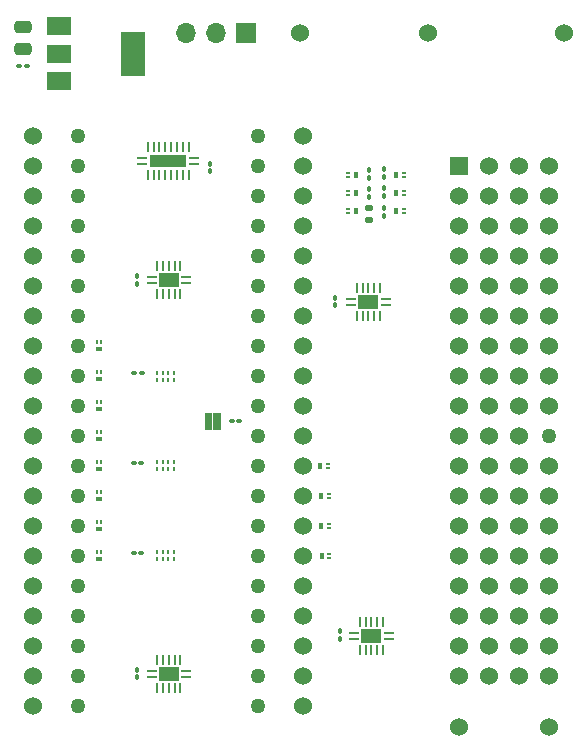
<source format=gbr>
%TF.GenerationSoftware,KiCad,Pcbnew,7.0.9*%
%TF.CreationDate,2024-10-20T15:28:43-06:00*%
%TF.ProjectId,Prototype2,50726f74-6f74-4797-9065-322e6b696361,rev?*%
%TF.SameCoordinates,Original*%
%TF.FileFunction,Soldermask,Top*%
%TF.FilePolarity,Negative*%
%FSLAX46Y46*%
G04 Gerber Fmt 4.6, Leading zero omitted, Abs format (unit mm)*
G04 Created by KiCad (PCBNEW 7.0.9) date 2024-10-20 15:28:43*
%MOMM*%
%LPD*%
G01*
G04 APERTURE LIST*
G04 Aperture macros list*
%AMRoundRect*
0 Rectangle with rounded corners*
0 $1 Rounding radius*
0 $2 $3 $4 $5 $6 $7 $8 $9 X,Y pos of 4 corners*
0 Add a 4 corners polygon primitive as box body*
4,1,4,$2,$3,$4,$5,$6,$7,$8,$9,$2,$3,0*
0 Add four circle primitives for the rounded corners*
1,1,$1+$1,$2,$3*
1,1,$1+$1,$4,$5*
1,1,$1+$1,$6,$7*
1,1,$1+$1,$8,$9*
0 Add four rect primitives between the rounded corners*
20,1,$1+$1,$2,$3,$4,$5,0*
20,1,$1+$1,$4,$5,$6,$7,0*
20,1,$1+$1,$6,$7,$8,$9,0*
20,1,$1+$1,$8,$9,$2,$3,0*%
G04 Aperture macros list end*
%ADD10R,0.254000X0.406400*%
%ADD11R,0.254000X0.355600*%
%ADD12R,0.304800X0.203200*%
%ADD13R,0.304800X0.558800*%
%ADD14C,1.524000*%
%ADD15RoundRect,0.100000X0.100000X-0.130000X0.100000X0.130000X-0.100000X0.130000X-0.100000X-0.130000X0*%
%ADD16R,0.812800X0.254000*%
%ADD17R,0.254000X0.812800*%
%ADD18R,1.651000X1.143000*%
%ADD19RoundRect,0.100000X-0.130000X-0.100000X0.130000X-0.100000X0.130000X0.100000X-0.130000X0.100000X0*%
%ADD20R,2.000000X3.800000*%
%ADD21R,2.000000X1.500000*%
%ADD22RoundRect,0.100000X-0.100000X0.130000X-0.100000X-0.130000X0.100000X-0.130000X0.100000X0.130000X0*%
%ADD23R,0.203200X0.304800*%
%ADD24R,0.558800X0.304800*%
%ADD25RoundRect,0.100000X0.130000X0.100000X-0.130000X0.100000X-0.130000X-0.100000X0.130000X-0.100000X0*%
%ADD26R,1.700000X1.700000*%
%ADD27O,1.700000X1.700000*%
%ADD28R,0.550000X0.300000*%
%ADD29R,0.520000X0.300000*%
%ADD30RoundRect,0.135000X-0.185000X0.135000X-0.185000X-0.135000X0.185000X-0.135000X0.185000X0.135000X0*%
%ADD31R,1.524000X1.524000*%
%ADD32C,1.270000*%
%ADD33R,3.098800X1.092200*%
%ADD34RoundRect,0.250000X0.475000X-0.250000X0.475000X0.250000X-0.475000X0.250000X-0.475000X-0.250000X0*%
G04 APERTURE END LIST*
%TO.C,U1*%
G36*
X172411601Y-92430001D02*
G01*
X171751600Y-92430001D01*
X171751600Y-91989999D01*
X172411601Y-91989999D01*
X172411601Y-92430001D01*
G37*
G36*
X172411601Y-92930000D02*
G01*
X171751600Y-92930000D01*
X171751600Y-92490000D01*
X172411601Y-92490000D01*
X172411601Y-92930000D01*
G37*
G36*
X172411601Y-93430001D02*
G01*
X171751600Y-93430001D01*
X171751600Y-92989999D01*
X172411601Y-92989999D01*
X172411601Y-93430001D01*
G37*
G36*
X173151602Y-92430001D02*
G01*
X172491601Y-92430001D01*
X172491601Y-91989999D01*
X173151602Y-91989999D01*
X173151602Y-92430001D01*
G37*
G36*
X173151602Y-92930000D02*
G01*
X172491601Y-92930000D01*
X172491601Y-92490000D01*
X173151602Y-92490000D01*
X173151602Y-92930000D01*
G37*
G36*
X173151602Y-93430001D02*
G01*
X172491601Y-93430001D01*
X172491601Y-92989999D01*
X173151602Y-92989999D01*
X173151602Y-93430001D01*
G37*
%TD*%
D10*
%TO.C,U5*%
X167690800Y-89204800D03*
D11*
X168190801Y-89230200D03*
X168690801Y-89230200D03*
X169190802Y-89230200D03*
X169190802Y-88635800D03*
X168690801Y-88635800D03*
X168190801Y-88635800D03*
X167690800Y-88635800D03*
%TD*%
D10*
%TO.C,U4*%
X167690800Y-96774000D03*
D11*
X168190801Y-96799400D03*
X168690801Y-96799400D03*
X169190802Y-96799400D03*
X169190802Y-96205000D03*
X168690801Y-96205000D03*
X168190801Y-96205000D03*
X167690800Y-96205000D03*
%TD*%
D10*
%TO.C,U3*%
X167690800Y-104404200D03*
D11*
X168190801Y-104429600D03*
X168690801Y-104429600D03*
X169190802Y-104429600D03*
X169190802Y-103835200D03*
X168690801Y-103835200D03*
X168190801Y-103835200D03*
X167690800Y-103835200D03*
%TD*%
D12*
%TO.C,Q2*%
X188595000Y-75105001D03*
X188595000Y-74754999D03*
D13*
X187960000Y-74930000D03*
%TD*%
D14*
%TO.C,TP28*%
X180086000Y-93980000D03*
%TD*%
%TO.C,TP10*%
X157226000Y-93980000D03*
%TD*%
%TO.C,TP19*%
X180086000Y-116840000D03*
%TD*%
%TO.C,TP42*%
X200914000Y-118618000D03*
%TD*%
%TO.C,TP6*%
X157226000Y-83820000D03*
%TD*%
%TO.C,TP40*%
X202184000Y-59817000D03*
%TD*%
D15*
%TO.C,R4*%
X186944000Y-73635000D03*
X186944000Y-72995000D03*
%TD*%
D16*
%TO.C,U6*%
X167259000Y-114397663D03*
D17*
X167706548Y-115341400D03*
X168206674Y-115341400D03*
X168706800Y-115341400D03*
X169206926Y-115341400D03*
X169707052Y-115341400D03*
D16*
X170154600Y-114397663D03*
X170154600Y-113897537D03*
D17*
X169707052Y-112953800D03*
X169206926Y-112953800D03*
X168706800Y-112953800D03*
X168206674Y-112953800D03*
X167706548Y-112953800D03*
D16*
X167259000Y-113897537D03*
D18*
X168706800Y-114147600D03*
%TD*%
D19*
%TO.C,C8*%
X174061200Y-92710000D03*
X174701200Y-92710000D03*
%TD*%
D16*
%TO.C,U8*%
X167259000Y-81022063D03*
D17*
X167706548Y-81965800D03*
X168206674Y-81965800D03*
X168706800Y-81965800D03*
X169206926Y-81965800D03*
X169707052Y-81965800D03*
D16*
X170154600Y-81022063D03*
X170154600Y-80521937D03*
D17*
X169707052Y-79578200D03*
X169206926Y-79578200D03*
X168706800Y-79578200D03*
X168206674Y-79578200D03*
X167706548Y-79578200D03*
D16*
X167259000Y-80521937D03*
D18*
X168706800Y-80772000D03*
%TD*%
D14*
%TO.C,TP2*%
X157226000Y-73660000D03*
%TD*%
%TO.C,TP34*%
X180086000Y-78740000D03*
%TD*%
D20*
%TO.C,U10*%
X165685000Y-61595000D03*
D21*
X159385000Y-59295000D03*
X159385000Y-61595000D03*
X159385000Y-63895000D03*
%TD*%
D22*
%TO.C,R6*%
X186944000Y-71399000D03*
X186944000Y-72039000D03*
%TD*%
D14*
%TO.C,TP14*%
X157226000Y-104140000D03*
%TD*%
D23*
%TO.C,Q10*%
X162989001Y-98679000D03*
X162638999Y-98679000D03*
D24*
X162814000Y-99314000D03*
%TD*%
D12*
%TO.C,Q18*%
X182245000Y-99235001D03*
X182245000Y-98884999D03*
D13*
X181610000Y-99060000D03*
%TD*%
D14*
%TO.C,TP31*%
X180086000Y-86360000D03*
%TD*%
%TO.C,TP45*%
X193294000Y-118618000D03*
%TD*%
%TO.C,TP7*%
X157226000Y-86360000D03*
%TD*%
D12*
%TO.C,Q5*%
X183896000Y-71706999D03*
X183896000Y-72057001D03*
D13*
X184531000Y-71882000D03*
%TD*%
D12*
%TO.C,Q6*%
X188595000Y-72057001D03*
X188595000Y-71706999D03*
D13*
X187960000Y-71882000D03*
%TD*%
D14*
%TO.C,TP26*%
X180086000Y-99060000D03*
%TD*%
D16*
%TO.C,U7*%
X184429400Y-111146463D03*
D17*
X184876948Y-112090200D03*
X185377074Y-112090200D03*
X185877200Y-112090200D03*
X186377326Y-112090200D03*
X186877452Y-112090200D03*
D16*
X187325000Y-111146463D03*
X187325000Y-110646337D03*
D17*
X186877452Y-109702600D03*
X186377326Y-109702600D03*
X185877200Y-109702600D03*
X185377074Y-109702600D03*
X184876948Y-109702600D03*
D16*
X184429400Y-110646337D03*
D18*
X185877200Y-110896400D03*
%TD*%
D23*
%TO.C,Q13*%
X162989001Y-85979000D03*
X162638999Y-85979000D03*
D24*
X162814000Y-86614000D03*
%TD*%
D14*
%TO.C,TP41*%
X157226000Y-68580000D03*
%TD*%
%TO.C,TP9*%
X157226000Y-91440000D03*
%TD*%
D25*
%TO.C,C7*%
X166452200Y-88642000D03*
X165812200Y-88642000D03*
%TD*%
D14*
%TO.C,TP16*%
X157226000Y-111760000D03*
%TD*%
D22*
%TO.C,R2*%
X186944000Y-74701000D03*
X186944000Y-75341000D03*
%TD*%
D12*
%TO.C,Q4*%
X188595000Y-73581001D03*
X188595000Y-73230999D03*
D13*
X187960000Y-73406000D03*
%TD*%
D22*
%TO.C,R5*%
X185674000Y-71471000D03*
X185674000Y-72111000D03*
%TD*%
D26*
%TO.C,J3*%
X175260000Y-59817000D03*
D27*
X172720000Y-59817000D03*
X170180000Y-59817000D03*
%TD*%
D14*
%TO.C,TP29*%
X180086000Y-91440000D03*
%TD*%
%TO.C,TP44*%
X179832000Y-59817000D03*
%TD*%
D12*
%TO.C,Q15*%
X182295800Y-104315001D03*
X182295800Y-103964999D03*
D13*
X181660800Y-104140000D03*
%TD*%
D14*
%TO.C,TP21*%
X180086000Y-111760000D03*
%TD*%
D23*
%TO.C,Q8*%
X162989001Y-103759000D03*
X162638999Y-103759000D03*
D24*
X162814000Y-104394000D03*
%TD*%
D15*
%TO.C,R3*%
X185674000Y-73726000D03*
X185674000Y-73086000D03*
%TD*%
D28*
%TO.C,U1*%
X172096588Y-92210001D03*
D29*
X172081602Y-92710000D03*
X172081602Y-93209999D03*
X172821600Y-93209999D03*
X172821600Y-92710000D03*
X172821600Y-92210001D03*
%TD*%
D14*
%TO.C,TP15*%
X157226000Y-106680000D03*
%TD*%
D22*
%TO.C,C10*%
X165989000Y-80437200D03*
X165989000Y-81077200D03*
%TD*%
D14*
%TO.C,TP24*%
X180086000Y-104140000D03*
%TD*%
%TO.C,TP36*%
X180086000Y-73660000D03*
%TD*%
%TO.C,TP8*%
X157226000Y-88900000D03*
%TD*%
D12*
%TO.C,Q17*%
X182181500Y-96695001D03*
X182181500Y-96344999D03*
D13*
X181546500Y-96520000D03*
%TD*%
D14*
%TO.C,TP22*%
X180086000Y-109220000D03*
%TD*%
%TO.C,TP13*%
X157226000Y-101600000D03*
%TD*%
%TO.C,TP11*%
X157226000Y-96520000D03*
%TD*%
%TO.C,TP35*%
X180086000Y-76200000D03*
%TD*%
D25*
%TO.C,C4*%
X166387800Y-103886000D03*
X165747800Y-103886000D03*
%TD*%
D14*
%TO.C,TP18*%
X157226000Y-116840000D03*
%TD*%
%TO.C,TP17*%
X157226000Y-114300000D03*
%TD*%
%TO.C,TP38*%
X180086000Y-68580000D03*
%TD*%
%TO.C,TP25*%
X180086000Y-101600000D03*
%TD*%
%TO.C,TP32*%
X180086000Y-83820000D03*
%TD*%
%TO.C,TP20*%
X180086000Y-114300000D03*
%TD*%
D12*
%TO.C,Q3*%
X183896000Y-73230999D03*
X183896000Y-73581001D03*
D13*
X184531000Y-73406000D03*
%TD*%
D14*
%TO.C,TP12*%
X157226000Y-99060000D03*
%TD*%
D22*
%TO.C,C1*%
X172212000Y-70916800D03*
X172212000Y-71556800D03*
%TD*%
%TO.C,C3*%
X165989000Y-113761600D03*
X165989000Y-114401600D03*
%TD*%
D23*
%TO.C,Q12*%
X162989001Y-93599000D03*
X162638999Y-93599000D03*
D24*
X162814000Y-94234000D03*
%TD*%
D30*
%TO.C,R1*%
X185674000Y-74676000D03*
X185674000Y-75696000D03*
%TD*%
D14*
%TO.C,TP37*%
X180086000Y-71120000D03*
%TD*%
D31*
%TO.C,J1*%
X193294000Y-71120000D03*
D14*
X195834000Y-71120000D03*
X198374000Y-71120000D03*
X200914000Y-71120000D03*
X193294000Y-73660000D03*
X195834000Y-73660000D03*
X198374000Y-73660000D03*
X200914000Y-73660000D03*
X193294000Y-76200000D03*
X195834000Y-76200000D03*
X198374000Y-76200000D03*
X200914000Y-76200000D03*
X193294000Y-78740000D03*
X195834000Y-78740000D03*
X198374000Y-78740000D03*
X200914000Y-78740000D03*
X193294000Y-81280000D03*
X195834000Y-81280000D03*
X198374000Y-81280000D03*
X200914000Y-81280000D03*
X193294000Y-83820000D03*
X195834000Y-83820000D03*
X198374000Y-83820000D03*
X200914000Y-83820000D03*
X193294000Y-86360000D03*
X195834000Y-86360000D03*
X198374000Y-86360000D03*
X200914000Y-86360000D03*
X193294000Y-88900000D03*
X195834000Y-88900000D03*
X198374000Y-88900000D03*
X200914000Y-88900000D03*
X193294000Y-91440000D03*
X195834000Y-91440000D03*
X198374000Y-91440000D03*
X200914000Y-91440000D03*
X193294000Y-93980000D03*
X195834000Y-93980000D03*
X198374000Y-93980000D03*
D32*
X200914000Y-93980000D03*
D14*
X193294000Y-96520000D03*
X195834000Y-96520000D03*
X198374000Y-96520000D03*
X200914000Y-96520000D03*
X193294000Y-99060000D03*
X195834000Y-99060000D03*
X198374000Y-99060000D03*
X200914000Y-99060000D03*
X193294000Y-101600000D03*
X195834000Y-101600000D03*
X198374000Y-101600000D03*
X200914000Y-101600000D03*
X193294000Y-104140000D03*
X195834000Y-104140000D03*
X198374000Y-104140000D03*
X200914000Y-104140000D03*
X193294000Y-106680000D03*
X195834000Y-106680000D03*
X198374000Y-106680000D03*
X200914000Y-106680000D03*
X193294000Y-109220000D03*
X195834000Y-109220000D03*
X198374000Y-109220000D03*
X200914000Y-109220000D03*
X193294000Y-111760000D03*
X195834000Y-111760000D03*
X198374000Y-111760000D03*
X200914000Y-111760000D03*
X193294000Y-114300000D03*
X195834000Y-114300000D03*
X198374000Y-114300000D03*
X200914000Y-114300000D03*
%TD*%
D22*
%TO.C,C2*%
X183210200Y-110529537D03*
X183210200Y-111169537D03*
%TD*%
D23*
%TO.C,Q11*%
X162989001Y-91059000D03*
X162638999Y-91059000D03*
D24*
X162814000Y-91694000D03*
%TD*%
D16*
%TO.C,U9*%
X184175400Y-82888963D03*
D17*
X184622948Y-83832700D03*
X185123074Y-83832700D03*
X185623200Y-83832700D03*
X186123326Y-83832700D03*
X186623452Y-83832700D03*
D16*
X187071000Y-82888963D03*
X187071000Y-82388837D03*
D17*
X186623452Y-81445100D03*
X186123326Y-81445100D03*
X185623200Y-81445100D03*
X185123074Y-81445100D03*
X184622948Y-81445100D03*
D16*
X184175400Y-82388837D03*
D18*
X185623200Y-82638900D03*
%TD*%
D14*
%TO.C,TP1*%
X157226000Y-71120000D03*
%TD*%
%TO.C,TP33*%
X180086000Y-81280000D03*
%TD*%
%TO.C,TP4*%
X157226000Y-78740000D03*
%TD*%
%TO.C,TP3*%
X157226000Y-76200000D03*
%TD*%
%TO.C,TP5*%
X157226000Y-81280000D03*
%TD*%
%TO.C,TP30*%
X180086000Y-88900000D03*
%TD*%
D23*
%TO.C,Q14*%
X162989001Y-88519000D03*
X162638999Y-88519000D03*
D24*
X162814000Y-89154000D03*
%TD*%
D14*
%TO.C,TP27*%
X180086000Y-96520000D03*
%TD*%
%TO.C,TP39*%
X190627000Y-59817000D03*
%TD*%
D12*
%TO.C,Q1*%
X183896000Y-74754999D03*
X183896000Y-75105001D03*
D13*
X184531000Y-74930000D03*
%TD*%
D14*
%TO.C,TP23*%
X180086000Y-106680000D03*
%TD*%
D23*
%TO.C,Q9*%
X162989001Y-96139000D03*
X162638999Y-96139000D03*
D24*
X162814000Y-96774000D03*
%TD*%
D22*
%TO.C,C5*%
X182829200Y-82252900D03*
X182829200Y-82892900D03*
%TD*%
D19*
%TO.C,C9*%
X156057600Y-62687200D03*
X156697600Y-62687200D03*
%TD*%
D12*
%TO.C,Q16*%
X182270400Y-101775001D03*
X182270400Y-101424999D03*
D13*
X181635400Y-101600000D03*
%TD*%
D32*
%TO.C,J2*%
X161065900Y-68572500D03*
X161065900Y-71112500D03*
X161065900Y-73652500D03*
X161065900Y-76192500D03*
X161065900Y-78732500D03*
X161065900Y-81272500D03*
X161065900Y-83812500D03*
X161065900Y-86352500D03*
X161065900Y-88892500D03*
X161065900Y-91432500D03*
X161065900Y-93972500D03*
X161065900Y-96512500D03*
X161065900Y-99052500D03*
X161065900Y-101592500D03*
X161065900Y-104132500D03*
X161065900Y-106672500D03*
X161065900Y-109212500D03*
X161065900Y-111752500D03*
X161065900Y-114292500D03*
X161065900Y-116832500D03*
X176305900Y-116832500D03*
X176305900Y-114292500D03*
X176305900Y-111752500D03*
X176305900Y-109212500D03*
X176305900Y-106672500D03*
X176305900Y-104132500D03*
X176305900Y-101592500D03*
X176305900Y-99052500D03*
X176305900Y-96512500D03*
X176305900Y-93972500D03*
X176305900Y-91432500D03*
X176305900Y-88892500D03*
X176305900Y-86352500D03*
X176305900Y-83812500D03*
X176305900Y-81272500D03*
X176305900Y-78732500D03*
X176305900Y-76192500D03*
X176305900Y-73652500D03*
X176305900Y-71112500D03*
X176305900Y-68572500D03*
%TD*%
D25*
%TO.C,C6*%
X166404800Y-96266000D03*
X165764800Y-96266000D03*
%TD*%
D16*
%TO.C,U2*%
X170872785Y-70438137D03*
D17*
X170426126Y-69494400D03*
X169926000Y-69494400D03*
X169425874Y-69494400D03*
X168925748Y-69494400D03*
X168425622Y-69494400D03*
X167925496Y-69494400D03*
X167425370Y-69494400D03*
X166925244Y-69494400D03*
D16*
X166478585Y-70438137D03*
X166478585Y-70938263D03*
D17*
X166925244Y-71882000D03*
X167425370Y-71882000D03*
X167925496Y-71882000D03*
X168425622Y-71882000D03*
X168925748Y-71882000D03*
X169425874Y-71882000D03*
X169926000Y-71882000D03*
X170426126Y-71882000D03*
D16*
X170872785Y-70938263D03*
D33*
X168675685Y-70688200D03*
%TD*%
D34*
%TO.C,C11*%
X156337000Y-61214000D03*
X156337000Y-59314000D03*
%TD*%
D14*
%TO.C,TP43*%
X157226000Y-109220000D03*
%TD*%
D23*
%TO.C,Q7*%
X162989001Y-101219000D03*
X162638999Y-101219000D03*
D24*
X162814000Y-101854000D03*
%TD*%
M02*

</source>
